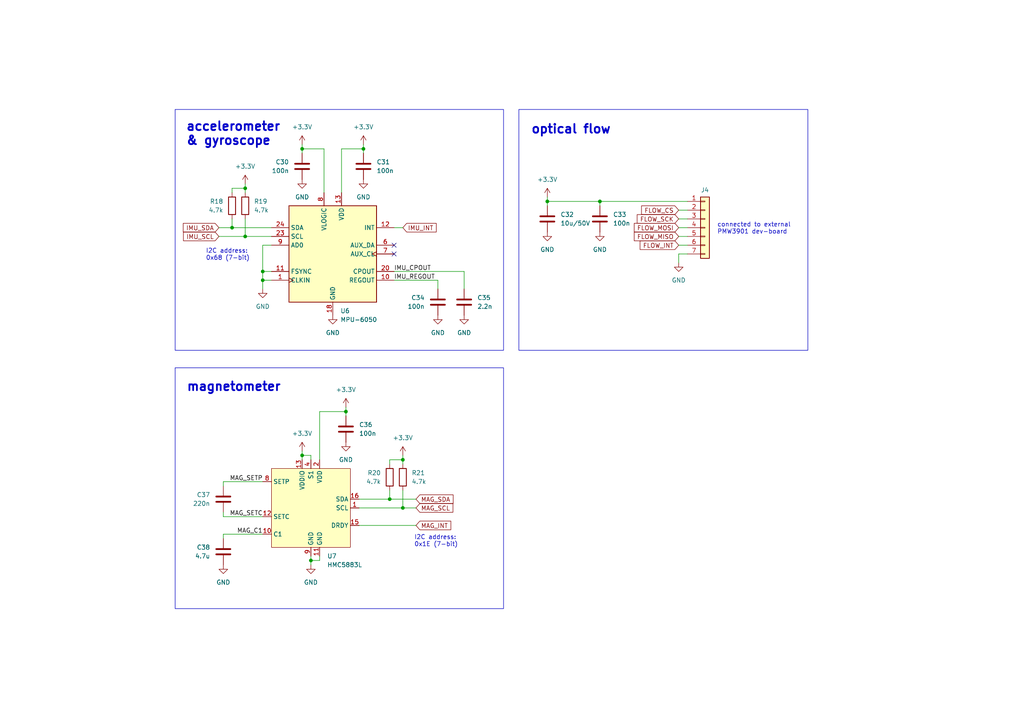
<source format=kicad_sch>
(kicad_sch (version 20231120) (generator "eeschema") (generator_version "8.0")
  (paper "A4")
  (title_block (title "Hogger2 Controller") (date "2025-03-09") (rev "V1.1") (comment 4 "Author: Eryk Możdżeń"))
  (lib_symbols
    (symbol "Connector_Generic:Conn_01x07" (pin_names (offset 1.016) hide)
      (property "Reference" "J" (at 0 10.16 0))
      (property "Value" "Conn_01x07" (at 0 -10.16 0))
      (symbol "Conn_01x07_1_1"
        (rectangle (start -1.27 -7.493) (end 0 -7.747) (stroke (width 0.1524)))
        (rectangle (start -1.27 -4.953) (end 0 -5.207) (stroke (width 0.1524)))
        (rectangle (start -1.27 -2.413) (end 0 -2.667) (stroke (width 0.1524)))
        (rectangle (start -1.27 0.127) (end 0 -0.127) (stroke (width 0.1524)))
        (rectangle (start -1.27 2.667) (end 0 2.413) (stroke (width 0.1524)))
        (rectangle (start -1.27 5.207) (end 0 4.953) (stroke (width 0.1524)))
        (rectangle (start -1.27 7.747) (end 0 7.493) (stroke (width 0.1524)))
        (rectangle (start -1.27 8.89) (end 1.27 -8.89) (stroke (width 0.254)) (fill (type background)))
        (pin passive line (at -5.08 7.62 0) (length 3.81) (name "Pin_1") (number "1"))
        (pin passive line (at -5.08 5.08 0) (length 3.81) (name "Pin_2") (number "2"))
        (pin passive line (at -5.08 2.54 0) (length 3.81) (name "Pin_3") (number "3"))
        (pin passive line (at -5.08 0 0) (length 3.81) (name "Pin_4") (number "4"))
        (pin passive line (at -5.08 -2.54 0) (length 3.81) (name "Pin_5") (number "5"))
        (pin passive line (at -5.08 -5.08 0) (length 3.81) (name "Pin_6") (number "6"))
        (pin passive line (at -5.08 -7.62 0) (length 3.81) (name "Pin_7") (number "7"))
      )
    )
    (symbol "Device:C" (pin_numbers hide) (pin_names (offset 0.254))
      (property "Reference" "C" (at 0.635 2.54 0))
      (property "Value" "C" (at 0.635 -2.54 0))
      (symbol "C_0_1"
        (polyline (pts (xy -2.032 -0.762) (xy 2.032 -0.762)) (stroke (width 0.508)))
        (polyline (pts (xy -2.032 0.762) (xy 2.032 0.762)) (stroke (width 0.508)))
      )
      (symbol "C_1_1"
        (pin passive line (at 0 3.81 270) (length 2.794) (name "~") (number "1"))
        (pin passive line (at 0 -3.81 90) (length 2.794) (name "~") (number "2"))
      )
    )
    (symbol "Device:R" (pin_numbers hide) (pin_names (offset 0))
      (property "Reference" "R" (at 2.032 0 90))
      (property "Value" "R" (at 0 0 90))
      (symbol "R_0_1"
        (rectangle (start -1.016 -2.54) (end 1.016 2.54) (stroke (width 0.254)))
      )
      (symbol "R_1_1"
        (pin passive line (at 0 3.81 270) (length 1.27) (name "~") (number "1"))
        (pin passive line (at 0 -3.81 90) (length 1.27) (name "~") (number "2"))
      )
    )
    (symbol "Sensor_Motion:MPU-6050"
      (property "Reference" "U" (at -11.43 13.97 0))
      (property "Value" "MPU-6050" (at 7.62 -15.24 0))
      (symbol "MPU-6050_0_0"
        (text "" (at 12.7 -2.54 0) (effects (font (size 1.27 1.27))))
      )
      (symbol "MPU-6050_0_1"
        (rectangle (start -12.7 13.97) (end 12.7 -13.97) (stroke (width 0.254)) (fill (type background)))
      )
      (symbol "MPU-6050_1_1"
        (pin input clock (at -17.78 -7.62 0) (length 5.08) (name "CLKIN") (number "1"))
        (pin passive line (at 17.78 -7.62 180) (length 5.08) (name "REGOUT") (number "10"))
        (pin input line (at -17.78 -5.08 0) (length 5.08) (name "FSYNC") (number "11"))
        (pin output line (at 17.78 7.62 180) (length 5.08) (name "INT") (number "12"))
        (pin power_in line (at 2.54 17.78 270) (length 3.81) (name "VDD") (number "13"))
        (pin no_connect line (at -12.7 -10.16 0) (length 2.54) hide (name "NC") (number "14"))
        (pin no_connect line (at 12.7 12.7 180) (length 2.54) hide (name "NC") (number "15"))
        (pin no_connect line (at 12.7 10.16 180) (length 2.54) hide (name "NC") (number "16"))
        (pin no_connect line (at 12.7 5.08 180) (length 2.54) hide (name "NC") (number "17"))
        (pin power_in line (at 0 -17.78 90) (length 3.81) (name "GND") (number "18"))
        (pin no_connect line (at 12.7 -10.16 180) (length 2.54) hide (name "RESV") (number "19"))
        (pin no_connect line (at -12.7 12.7 0) (length 2.54) hide (name "NC") (number "2"))
        (pin passive line (at 17.78 -5.08 180) (length 5.08) (name "CPOUT") (number "20"))
        (pin no_connect line (at 12.7 -2.54 180) (length 2.54) hide (name "RESV") (number "21"))
        (pin no_connect line (at 12.7 -12.7 180) (length 2.54) hide (name "RESV") (number "22"))
        (pin input line (at -17.78 5.08 0) (length 5.08) (name "SCL") (number "23"))
        (pin bidirectional line (at -17.78 7.62 0) (length 5.08) (name "SDA") (number "24"))
        (pin no_connect line (at -12.7 10.16 0) (length 2.54) hide (name "NC") (number "3"))
        (pin no_connect line (at -12.7 0 0) (length 2.54) hide (name "NC") (number "4"))
        (pin no_connect line (at -12.7 -2.54 0) (length 2.54) hide (name "NC") (number "5"))
        (pin bidirectional line (at 17.78 2.54 180) (length 5.08) (name "AUX_DA") (number "6"))
        (pin output clock (at 17.78 0 180) (length 5.08) (name "AUX_CL") (number "7"))
        (pin power_in line (at -2.54 17.78 270) (length 3.81) (name "VLOGIC") (number "8"))
        (pin input line (at -17.78 2.54 0) (length 5.08) (name "AD0") (number "9"))
      )
    )
    (symbol "hogger2:HMC5883L"
      (property "Reference" "U" (at 6.858 15.24 0))
      (property "Value" "HMC5883L" (at 11.176 12.954 0))
      (symbol "HMC5883L_1_1"
        (rectangle (start -11.43 11.43) (end 11.43 -11.43) (fill (type background)))
        (pin bidirectional line (at 13.97 0 180) (length 2.54) (name "SCL") (number "1"))
        (pin power_out line (at -13.97 -7.62 0) (length 2.54) (name "C1") (number "10"))
        (pin power_in line (at 2.54 -13.97 90) (length 2.54) (name "GND") (number "11"))
        (pin power_out line (at -13.97 -2.54 0) (length 2.54) (name "SETC") (number "12"))
        (pin power_in line (at -2.54 13.97 270) (length 2.54) (name "VDDIO") (number "13"))
        (pin output line (at 13.97 -5.08 180) (length 2.54) (name "DRDY") (number "15"))
        (pin bidirectional line (at 13.97 2.54 180) (length 2.54) (name "SDA") (number "16"))
        (pin power_in line (at 2.54 13.97 270) (length 2.54) (name "VDD") (number "2"))
        (pin power_in line (at 0 13.97 270) (length 2.54) (name "S1") (number "4"))
        (pin power_out line (at -13.97 7.62 0) (length 2.54) (name "SETP") (number "8"))
        (pin power_in line (at 0 -13.97 90) (length 2.54) (name "GND") (number "9"))
      )
    )
    (symbol "power:+3.3V" (power) (pin_names (offset 0))
      (property "Value" "+3.3V" (at 0 3.556 0))
      (symbol "+3.3V_0_1"
        (polyline (pts (xy -0.762 1.27) (xy 0 2.54)))
        (polyline (pts (xy 0 0) (xy 0 2.54)))
        (polyline (pts (xy 0 2.54) (xy 0.762 1.27)))
      )
      (symbol "+3.3V_1_1"
        (pin power_in line (at 0 0 90) (length 0) hide (name "+3.3V") (number "1"))
      )
    )
    (symbol "power:GND" (power) (pin_names (offset 0))
      (property "Value" "GND" (at 0 -3.81 0))
      (symbol "GND_0_1"
        (polyline (pts (xy 0 0) (xy 0 -1.27) (xy 1.27 -1.27) (xy 0 -2.54) (xy -1.27 -1.27) (xy 0 -1.27)))
      )
      (symbol "GND_1_1"
        (pin power_in line (at 0 0 270) (length 0) hide (name "GND") (number "1"))
      )
    )
  )
  (junction (at 87.63 132.08))
  (junction (at 90.17 162.56))
  (junction (at 100.33 119.38))
  (junction (at 173.99 58.42))
  (junction (at 67.31 66.04))
  (junction (at 158.75 58.42))
  (junction (at 76.2 81.28))
  (junction (at 105.41 43.18))
  (junction (at 113.03 144.78))
  (junction (at 116.84 147.32))
  (junction (at 76.2 78.74))
  (junction (at 71.12 54.61))
  (junction (at 116.84 133.35))
  (junction (at 87.63 43.18))
  (junction (at 71.12 68.58))
  (no_connect (at 114.3 73.66))
  (no_connect (at 114.3 71.12))
  (wire (pts (xy 87.63 132.08) (xy 90.17 132.08)))
  (wire (pts (xy 71.12 53.34) (xy 71.12 54.61)))
  (wire (pts (xy 113.03 144.78) (xy 120.65 144.78)))
  (wire (pts (xy 158.75 58.42) (xy 173.99 58.42)))
  (wire (pts (xy 116.84 142.24) (xy 116.84 147.32)))
  (wire (pts (xy 76.2 154.94) (xy 64.77 154.94)))
  (wire (pts (xy 196.85 68.58) (xy 199.39 68.58)))
  (wire (pts (xy 78.74 71.12) (xy 76.2 71.12)))
  (wire (pts (xy 99.06 43.18) (xy 99.06 55.88)))
  (wire (pts (xy 158.75 57.15) (xy 158.75 58.42)))
  (wire (pts (xy 87.63 43.18) (xy 87.63 44.45)))
  (wire (pts (xy 99.06 43.18) (xy 105.41 43.18)))
  (wire (pts (xy 173.99 58.42) (xy 199.39 58.42)))
  (wire (pts (xy 120.65 152.4) (xy 104.14 152.4)))
  (wire (pts (xy 116.84 133.35) (xy 116.84 134.62)))
  (wire (pts (xy 90.17 132.08) (xy 90.17 133.35)))
  (wire (pts (xy 113.03 142.24) (xy 113.03 144.78)))
  (wire (pts (xy 63.5 68.58) (xy 71.12 68.58)))
  (wire (pts (xy 199.39 73.66) (xy 196.85 73.66)))
  (wire (pts (xy 78.74 78.74) (xy 76.2 78.74)))
  (wire (pts (xy 71.12 54.61) (xy 71.12 55.88)))
  (wire (pts (xy 64.77 148.59) (xy 64.77 149.86)))
  (wire (pts (xy 67.31 63.5) (xy 67.31 66.04)))
  (wire (pts (xy 116.84 147.32) (xy 120.65 147.32)))
  (wire (pts (xy 134.62 78.74) (xy 134.62 83.82)))
  (wire (pts (xy 114.3 78.74) (xy 134.62 78.74)))
  (wire (pts (xy 92.71 119.38) (xy 92.71 133.35)))
  (wire (pts (xy 76.2 78.74) (xy 76.2 81.28)))
  (wire (pts (xy 127 81.28) (xy 127 83.82)))
  (wire (pts (xy 113.03 134.62) (xy 113.03 133.35)))
  (wire (pts (xy 76.2 81.28) (xy 76.2 83.82)))
  (wire (pts (xy 113.03 144.78) (xy 104.14 144.78)))
  (wire (pts (xy 71.12 63.5) (xy 71.12 68.58)))
  (wire (pts (xy 63.5 66.04) (xy 67.31 66.04)))
  (wire (pts (xy 92.71 161.29) (xy 92.71 162.56)))
  (wire (pts (xy 196.85 63.5) (xy 199.39 63.5)))
  (wire (pts (xy 100.33 118.11) (xy 100.33 119.38)))
  (wire (pts (xy 196.85 73.66) (xy 196.85 76.2)))
  (wire (pts (xy 67.31 55.88) (xy 67.31 54.61)))
  (wire (pts (xy 78.74 81.28) (xy 76.2 81.28)))
  (wire (pts (xy 173.99 58.42) (xy 173.99 59.69)))
  (wire (pts (xy 105.41 43.18) (xy 105.41 44.45)))
  (wire (pts (xy 100.33 119.38) (xy 100.33 120.65)))
  (wire (pts (xy 100.33 119.38) (xy 92.71 119.38)))
  (wire (pts (xy 67.31 66.04) (xy 78.74 66.04)))
  (wire (pts (xy 116.84 147.32) (xy 104.14 147.32)))
  (wire (pts (xy 76.2 71.12) (xy 76.2 78.74)))
  (wire (pts (xy 116.84 132.08) (xy 116.84 133.35)))
  (wire (pts (xy 76.2 139.7) (xy 64.77 139.7)))
  (wire (pts (xy 90.17 162.56) (xy 90.17 161.29)))
  (wire (pts (xy 71.12 68.58) (xy 78.74 68.58)))
  (wire (pts (xy 87.63 41.91) (xy 87.63 43.18)))
  (wire (pts (xy 93.98 43.18) (xy 93.98 55.88)))
  (wire (pts (xy 93.98 43.18) (xy 87.63 43.18)))
  (wire (pts (xy 64.77 154.94) (xy 64.77 156.21)))
  (wire (pts (xy 116.84 133.35) (xy 113.03 133.35)))
  (wire (pts (xy 196.85 60.96) (xy 199.39 60.96)))
  (wire (pts (xy 196.85 71.12) (xy 199.39 71.12)))
  (wire (pts (xy 71.12 54.61) (xy 67.31 54.61)))
  (wire (pts (xy 64.77 149.86) (xy 76.2 149.86)))
  (wire (pts (xy 158.75 58.42) (xy 158.75 59.69)))
  (wire (pts (xy 64.77 139.7) (xy 64.77 140.97)))
  (wire (pts (xy 92.71 162.56) (xy 90.17 162.56)))
  (wire (pts (xy 87.63 133.35) (xy 87.63 132.08)))
  (wire (pts (xy 105.41 41.91) (xy 105.41 43.18)))
  (wire (pts (xy 114.3 81.28) (xy 127 81.28)))
  (wire (pts (xy 87.63 130.81) (xy 87.63 132.08)))
  (wire (pts (xy 90.17 162.56) (xy 90.17 163.83)))
  (wire (pts (xy 116.84 66.04) (xy 114.3 66.04)))
  (wire (pts (xy 196.85 66.04) (xy 199.39 66.04)))
  (rectangle (start 50.8 106.68) (end 146.05 176.53))
  (rectangle (start 150.495 31.75) (end 234.315 101.6))
  (rectangle (start 50.8 31.75) (end 146.05 101.6))
  (text "accelerometer\n& gyroscope" (at 53.848 38.862 0) (effects (font (size 2.54 2.54) (thickness 0.508) (bold yes)) (justify left)))
  (text "connected to external\nPMW3901 dev-board" (at 208.026 66.294 0) (effects (font (size 1.27 1.27)) (justify left)))
  (text "I2C address:\n0x68 (7-bit)" (at 59.69 73.914 0) (effects (font (size 1.27 1.27)) (justify left)))
  (text "magnetometer" (at 67.818 112.268 0) (effects (font (size 2.54 2.54) (thickness 0.508) (bold yes))))
  (text "optical flow" (at 153.924 37.592 0) (effects (font (size 2.54 2.54) (thickness 0.508) (bold yes)) (justify left)))
  (text "I2C address:\n0x1E (7-bit)" (at 120.142 156.972 0) (effects (font (size 1.27 1.27)) (justify left)))
  (label "IMU_CPOUT" (at 114.3 78.74 0))
  (label "IMU_REGOUT" (at 114.3 81.28 0))
  (label "MAG_SETC" (at 76.2 149.86 180))
  (label "MAG_C1" (at 76.2 154.94 180))
  (label "MAG_SETP" (at 76.2 139.7 180))
  (global_label "MAG_INT" (shape input) (at 120.65 152.4 0) (property "Intersheetrefs" "${INTERSHEET_REFS}" (effects (hide yes))))
  (global_label "IMU_INT" (shape input) (at 116.84 66.04 0) (property "Intersheetrefs" "${INTERSHEET_REFS}" (effects (hide yes))))
  (global_label "FLOW_CS" (shape input) (at 196.85 60.96 180) (property "Intersheetrefs" "${INTERSHEET_REFS}" (effects (hide yes))))
  (global_label "FLOW_INT" (shape input) (at 196.85 71.12 180) (property "Intersheetrefs" "${INTERSHEET_REFS}" (effects (hide yes))))
  (global_label "MAG_SDA" (shape input) (at 120.65 144.78 0) (property "Intersheetrefs" "${INTERSHEET_REFS}" (effects (hide yes))))
  (global_label "IMU_SCL" (shape input) (at 63.5 68.58 180) (property "Intersheetrefs" "${INTERSHEET_REFS}" (effects (hide yes))))
  (global_label "IMU_SDA" (shape input) (at 63.5 66.04 180) (property "Intersheetrefs" "${INTERSHEET_REFS}" (effects (hide yes))))
  (global_label "FLOW_MISO" (shape input) (at 196.85 68.58 180) (property "Intersheetrefs" "${INTERSHEET_REFS}" (effects (hide yes))))
  (global_label "MAG_SCL" (shape input) (at 120.65 147.32 0) (property "Intersheetrefs" "${INTERSHEET_REFS}" (effects (hide yes))))
  (global_label "FLOW_SCK" (shape input) (at 196.85 63.5 180) (property "Intersheetrefs" "${INTERSHEET_REFS}" (effects (hide yes))))
  (global_label "FLOW_MOSI" (shape input) (at 196.85 66.04 180) (property "Intersheetrefs" "${INTERSHEET_REFS}" (effects (hide yes))))
  (symbol (lib_id "power:+3.3V") (at 87.63 41.91 0) (unit 1)
    (property "Reference" "#PWR065" (effects (hide yes)))
    (property "Value" "+3.3V" (at 87.63 36.83 0))
    (property "Description" "Power symbol creates a global label with name \"+3.3V\"" (effects (hide yes)))
  )
  (symbol (lib_id "power:+3.3V") (at 105.41 41.91 0) (unit 1)
    (property "Reference" "#PWR066" (effects (hide yes)))
    (property "Value" "+3.3V" (at 105.41 36.83 0))
    (property "Description" "Power symbol creates a global label with name \"+3.3V\"" (effects (hide yes)))
  )
  (symbol (lib_id "Sensor_Motion:MPU-6050") (at 96.52 73.66 0) (unit 1)
    (property "Reference" "U6" (at 98.7141 90.17 0) (effects (justify left)))
    (property "Value" "MPU-6050" (at 98.7141 92.71 0) (effects (justify left)))
    (property "Footprint" "hogger2:MPU6050_handsolder" (effects (hide yes)))
    (property "Datasheet" "https://invensense.tdk.com/wp-content/uploads/2015/02/MPU-6000-Datasheet1.pdf" (effects (hide yes)))
    (property "Description" "InvenSense 6-Axis Motion Sensor, Gyroscope, Accelerometer, I2C" (effects (hide yes)))
  )
  (symbol (lib_id "Device:C") (at 87.63 48.26 0) (mirror y) (unit 1)
    (property "Reference" "C30" (at 83.82 46.9899 0) (effects (justify left)))
    (property "Value" "100n" (at 83.82 49.5299 0) (effects (justify left)))
    (property "Footprint" "Capacitor_SMD:C_0603_1608Metric" (effects (hide yes)))
    (property "Description" "Unpolarized capacitor" (effects (hide yes)))
  )
  (symbol (lib_id "Device:C") (at 127 87.63 0) (mirror y) (unit 1)
    (property "Reference" "C34" (at 123.19 86.3599 0) (effects (justify left)))
    (property "Value" "100n" (at 123.19 88.8999 0) (effects (justify left)))
    (property "Footprint" "Capacitor_SMD:C_0603_1608Metric" (effects (hide yes)))
    (property "Description" "Unpolarized capacitor" (effects (hide yes)))
  )
  (symbol (lib_id "power:GND") (at 127 91.44 0) (unit 1)
    (property "Reference" "#PWR076" (effects (hide yes)))
    (property "Value" "GND" (at 127 96.52 0))
    (property "Description" "Power symbol creates a global label with name \"GND\" , ground" (effects (hide yes)))
  )
  (symbol (lib_id "Device:R") (at 71.12 59.69 0) (unit 1)
    (property "Reference" "R19" (at 73.66 58.4199 0) (effects (justify left)))
    (property "Value" "4.7k" (at 73.66 60.9599 0) (effects (justify left)))
    (property "Footprint" "Resistor_SMD:R_0603_1608Metric" (effects (hide yes)))
    (property "Description" "Resistor" (effects (hide yes)))
  )
  (symbol (lib_id "Device:C") (at 158.75 63.5 0) (unit 1)
    (property "Reference" "C32" (at 162.56 62.2299 0) (effects (justify left)))
    (property "Value" "10u/50V" (at 162.56 64.7699 0) (effects (justify left)))
    (property "Footprint" "Capacitor_SMD:C_1206_3216Metric" (effects (hide yes)))
    (property "Description" "Unpolarized capacitor" (effects (hide yes)))
  )
  (symbol (lib_id "power:GND") (at 196.85 76.2 0) (unit 1)
    (property "Reference" "#PWR073" (effects (hide yes)))
    (property "Value" "GND" (at 196.85 81.28 0))
    (property "Description" "Power symbol creates a global label with name \"GND\" , ground" (effects (hide yes)))
  )
  (symbol (lib_id "power:GND") (at 100.33 128.27 0) (unit 1)
    (property "Reference" "#PWR079" (effects (hide yes)))
    (property "Value" "GND" (at 100.33 133.35 0))
    (property "Description" "Power symbol creates a global label with name \"GND\" , ground" (effects (hide yes)))
  )
  (symbol (lib_id "Device:R") (at 113.03 138.43 0) (mirror y) (unit 1)
    (property "Reference" "R20" (at 110.49 137.1599 0) (effects (justify left)))
    (property "Value" "4.7k" (at 110.49 139.6999 0) (effects (justify left)))
    (property "Footprint" "Resistor_SMD:R_0603_1608Metric" (effects (hide yes)))
    (property "Description" "Resistor" (effects (hide yes)))
  )
  (symbol (lib_id "Device:C") (at 105.41 48.26 0) (unit 1)
    (property "Reference" "C31" (at 109.22 46.9899 0) (effects (justify left)))
    (property "Value" "100n" (at 109.22 49.5299 0) (effects (justify left)))
    (property "Footprint" "Capacitor_SMD:C_0603_1608Metric" (effects (hide yes)))
    (property "Description" "Unpolarized capacitor" (effects (hide yes)))
  )
  (symbol (lib_id "power:+3.3V") (at 116.84 132.08 0) (unit 1)
    (property "Reference" "#PWR081" (effects (hide yes)))
    (property "Value" "+3.3V" (at 116.84 127 0))
    (property "Description" "Power symbol creates a global label with name \"+3.3V\"" (effects (hide yes)))
  )
  (symbol (lib_id "Device:C") (at 64.77 144.78 0) (unit 1)
    (property "Reference" "C37" (at 60.96 143.5099 0) (effects (justify right)))
    (property "Value" "220n" (at 60.96 146.0499 0) (effects (justify right)))
    (property "Footprint" "Capacitor_SMD:C_0603_1608Metric" (effects (hide yes)))
    (property "Description" "Unpolarized capacitor" (effects (hide yes)))
  )
  (symbol (lib_id "power:GND") (at 173.99 67.31 0) (unit 1)
    (property "Reference" "#PWR072" (effects (hide yes)))
    (property "Value" "GND" (at 173.99 72.39 0))
    (property "Description" "Power symbol creates a global label with name \"GND\" , ground" (effects (hide yes)))
  )
  (symbol (lib_id "Device:R") (at 116.84 138.43 0) (unit 1)
    (property "Reference" "R21" (at 119.38 137.1599 0) (effects (justify left)))
    (property "Value" "4.7k" (at 119.38 139.6999 0) (effects (justify left)))
    (property "Footprint" "Resistor_SMD:R_0603_1608Metric" (effects (hide yes)))
    (property "Description" "Resistor" (effects (hide yes)))
  )
  (symbol (lib_id "power:+3.3V") (at 71.12 53.34 0) (unit 1)
    (property "Reference" "#PWR069" (effects (hide yes)))
    (property "Value" "+3.3V" (at 71.12 48.26 0))
    (property "Description" "Power symbol creates a global label with name \"+3.3V\"" (effects (hide yes)))
  )
  (symbol (lib_id "Device:C") (at 173.99 63.5 0) (unit 1)
    (property "Reference" "C33" (at 177.8 62.2299 0) (effects (justify left)))
    (property "Value" "100n" (at 177.8 64.7699 0) (effects (justify left)))
    (property "Footprint" "Capacitor_SMD:C_0603_1608Metric" (effects (hide yes)))
    (property "Description" "Unpolarized capacitor" (effects (hide yes)))
  )
  (symbol (lib_id "power:GND") (at 87.63 52.07 0) (mirror y) (unit 1)
    (property "Reference" "#PWR067" (effects (hide yes)))
    (property "Value" "GND" (at 87.63 57.15 0))
    (property "Description" "Power symbol creates a global label with name \"GND\" , ground" (effects (hide yes)))
  )
  (symbol (lib_id "power:GND") (at 90.17 163.83 0) (unit 1)
    (property "Reference" "#PWR083" (effects (hide yes)))
    (property "Value" "GND" (at 90.17 168.91 0))
    (property "Description" "Power symbol creates a global label with name \"GND\" , ground" (effects (hide yes)))
  )
  (symbol (lib_id "power:GND") (at 64.77 163.83 0) (unit 1)
    (property "Reference" "#PWR082" (effects (hide yes)))
    (property "Value" "GND" (at 64.77 168.91 0))
    (property "Description" "Power symbol creates a global label with name \"GND\" , ground" (effects (hide yes)))
  )
  (symbol (lib_id "Device:C") (at 134.62 87.63 0) (unit 1)
    (property "Reference" "C35" (at 138.43 86.3599 0) (effects (justify left)))
    (property "Value" "2.2n" (at 138.43 88.8999 0) (effects (justify left)))
    (property "Footprint" "Capacitor_SMD:C_0603_1608Metric" (effects (hide yes)))
    (property "Description" "Unpolarized capacitor" (effects (hide yes)))
  )
  (symbol (lib_id "power:+3.3V") (at 100.33 118.11 0) (unit 1)
    (property "Reference" "#PWR078" (effects (hide yes)))
    (property "Value" "+3.3V" (at 100.33 113.03 0))
    (property "Description" "Power symbol creates a global label with name \"+3.3V\"" (effects (hide yes)))
  )
  (symbol (lib_id "Connector_Generic:Conn_01x07") (at 204.47 66.04 0) (unit 1)
    (property "Reference" "J4" (at 204.47 55.118 0))
    (property "Value" "Conn_01x07" (effects (hide yes)))
    (property "Footprint" "Connector_PinHeader_2.54mm:PinHeader_1x07_P2.54mm_Horizontal" (effects (hide yes)))
    (property "Description" "Generic connector, single row, 01x07, script generated (kicad-library-utils/schlib/autogen/connector/)" (effects (hide yes)))
  )
  (symbol (lib_id "hogger2:HMC5883L") (at 90.17 147.32 0) (unit 1)
    (property "Reference" "U7" (at 94.9041 161.29 0) (effects (justify left)))
    (property "Value" "HMC5883L" (at 94.9041 163.83 0) (effects (justify left)))
    (property "Footprint" "hogger2:HMC5883L_handsolder" (effects (hide yes)))
    (property "Datasheet" "https://www.farnell.com/datasheets/1683374.pdf" (effects (hide yes)))
  )
  (symbol (lib_id "power:GND") (at 96.52 91.44 0) (unit 1)
    (property "Reference" "#PWR075" (effects (hide yes)))
    (property "Value" "GND" (at 96.52 96.52 0))
    (property "Description" "Power symbol creates a global label with name \"GND\" , ground" (effects (hide yes)))
  )
  (symbol (lib_id "power:GND") (at 76.2 83.82 0) (unit 1)
    (property "Reference" "#PWR074" (effects (hide yes)))
    (property "Value" "GND" (at 76.2 88.9 0))
    (property "Description" "Power symbol creates a global label with name \"GND\" , ground" (effects (hide yes)))
  )
  (symbol (lib_id "power:GND") (at 105.41 52.07 0) (unit 1)
    (property "Reference" "#PWR068" (effects (hide yes)))
    (property "Value" "GND" (at 105.41 57.15 0))
    (property "Description" "Power symbol creates a global label with name \"GND\" , ground" (effects (hide yes)))
  )
  (symbol (lib_id "power:GND") (at 158.75 67.31 0) (unit 1)
    (property "Reference" "#PWR071" (effects (hide yes)))
    (property "Value" "GND" (at 158.75 72.39 0))
    (property "Description" "Power symbol creates a global label with name \"GND\" , ground" (effects (hide yes)))
  )
  (symbol (lib_id "power:+3.3V") (at 158.75 57.15 0) (unit 1)
    (property "Reference" "#PWR070" (effects (hide yes)))
    (property "Value" "+3.3V" (at 158.75 52.07 0))
    (property "Description" "Power symbol creates a global label with name \"+3.3V\"" (effects (hide yes)))
  )
  (symbol (lib_id "Device:R") (at 67.31 59.69 0) (mirror y) (unit 1)
    (property "Reference" "R18" (at 64.77 58.4199 0) (effects (justify left)))
    (property "Value" "4.7k" (at 64.77 60.9599 0) (effects (justify left)))
    (property "Footprint" "Resistor_SMD:R_0603_1608Metric" (effects (hide yes)))
    (property "Description" "Resistor" (effects (hide yes)))
  )
  (symbol (lib_id "power:+3.3V") (at 87.63 130.81 0) (unit 1)
    (property "Reference" "#PWR080" (effects (hide yes)))
    (property "Value" "+3.3V" (at 87.63 125.73 0))
    (property "Description" "Power symbol creates a global label with name \"+3.3V\"" (effects (hide yes)))
  )
  (symbol (lib_id "Device:C") (at 64.77 160.02 0) (unit 1)
    (property "Reference" "C38" (at 60.96 158.7499 0) (effects (justify right)))
    (property "Value" "4.7u" (at 60.96 161.2899 0) (effects (justify right)))
    (property "Footprint" "Capacitor_SMD:C_0603_1608Metric" (effects (hide yes)))
    (property "Description" "Unpolarized capacitor" (effects (hide yes)))
  )
  (symbol (lib_id "power:GND") (at 134.62 91.44 0) (unit 1)
    (property "Reference" "#PWR077" (effects (hide yes)))
    (property "Value" "GND" (at 134.62 96.52 0))
    (property "Description" "Power symbol creates a global label with name \"GND\" , ground" (effects (hide yes)))
  )
  (symbol (lib_id "Device:C") (at 100.33 124.46 0) (unit 1)
    (property "Reference" "C36" (at 104.14 123.1899 0) (effects (justify left)))
    (property "Value" "100n" (at 104.14 125.7299 0) (effects (justify left)))
    (property "Footprint" "Capacitor_SMD:C_0603_1608Metric" (effects (hide yes)))
    (property "Description" "Unpolarized capacitor" (effects (hide yes)))
  )
)
</source>
